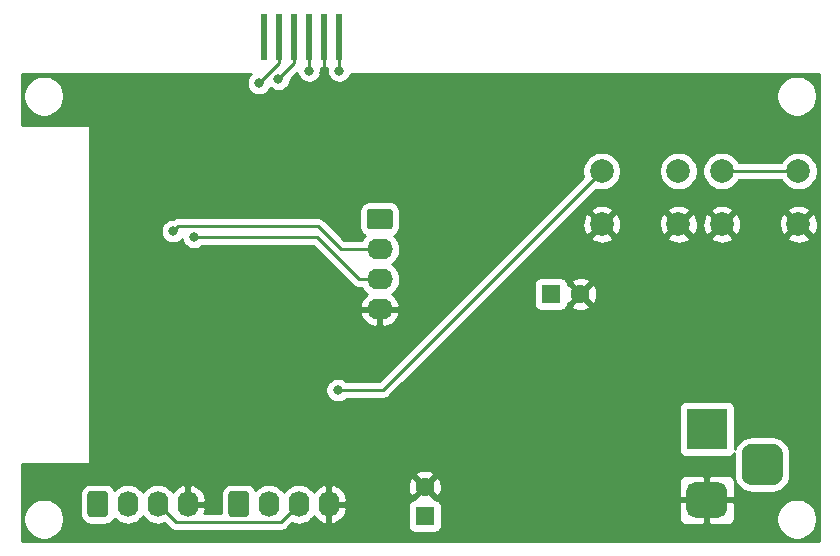
<source format=gbr>
%TF.GenerationSoftware,KiCad,Pcbnew,5.1.9+dfsg1-1*%
%TF.CreationDate,2021-11-11T20:26:25+01:00*%
%TF.ProjectId,lidar_board,6c696461-725f-4626-9f61-72642e6b6963,rev?*%
%TF.SameCoordinates,Original*%
%TF.FileFunction,Copper,L2,Bot*%
%TF.FilePolarity,Positive*%
%FSLAX46Y46*%
G04 Gerber Fmt 4.6, Leading zero omitted, Abs format (unit mm)*
G04 Created by KiCad (PCBNEW 5.1.9+dfsg1-1) date 2021-11-11 20:26:25*
%MOMM*%
%LPD*%
G01*
G04 APERTURE LIST*
%TA.AperFunction,ComponentPad*%
%ADD10C,1.600000*%
%TD*%
%TA.AperFunction,ComponentPad*%
%ADD11R,1.600000X1.600000*%
%TD*%
%TA.AperFunction,ComponentPad*%
%ADD12R,3.500000X3.500000*%
%TD*%
%TA.AperFunction,ComponentPad*%
%ADD13O,2.190000X1.740000*%
%TD*%
%TA.AperFunction,ComponentPad*%
%ADD14O,1.740000X2.190000*%
%TD*%
%TA.AperFunction,ConnectorPad*%
%ADD15R,0.560000X4.000000*%
%TD*%
%TA.AperFunction,ComponentPad*%
%ADD16C,2.000000*%
%TD*%
%TA.AperFunction,ViaPad*%
%ADD17C,0.800000*%
%TD*%
%TA.AperFunction,Conductor*%
%ADD18C,0.250000*%
%TD*%
%TA.AperFunction,Conductor*%
%ADD19C,0.254000*%
%TD*%
%TA.AperFunction,Conductor*%
%ADD20C,0.100000*%
%TD*%
G04 APERTURE END LIST*
D10*
%TO.P,C1,2*%
%TO.N,GND*%
X167386000Y-111038000D03*
D11*
%TO.P,C1,1*%
%TO.N,+5V*%
X167386000Y-113538000D03*
%TD*%
%TO.P,C2,1*%
%TO.N,+3V3*%
X178054000Y-94742000D03*
D10*
%TO.P,C2,2*%
%TO.N,GND*%
X180554000Y-94742000D03*
%TD*%
D12*
%TO.P,J1,1*%
%TO.N,+12V*%
X191262000Y-106172000D03*
%TO.P,J1,2*%
%TO.N,GND*%
%TA.AperFunction,ComponentPad*%
G36*
G01*
X192262000Y-113672000D02*
X190262000Y-113672000D01*
G75*
G02*
X189512000Y-112922000I0J750000D01*
G01*
X189512000Y-111422000D01*
G75*
G02*
X190262000Y-110672000I750000J0D01*
G01*
X192262000Y-110672000D01*
G75*
G02*
X193012000Y-111422000I0J-750000D01*
G01*
X193012000Y-112922000D01*
G75*
G02*
X192262000Y-113672000I-750000J0D01*
G01*
G37*
%TD.AperFunction*%
%TO.P,J1,3*%
%TO.N,N/C*%
%TA.AperFunction,ComponentPad*%
G36*
G01*
X196837000Y-110922000D02*
X195087000Y-110922000D01*
G75*
G02*
X194212000Y-110047000I0J875000D01*
G01*
X194212000Y-108297000D01*
G75*
G02*
X195087000Y-107422000I875000J0D01*
G01*
X196837000Y-107422000D01*
G75*
G02*
X197712000Y-108297000I0J-875000D01*
G01*
X197712000Y-110047000D01*
G75*
G02*
X196837000Y-110922000I-875000J0D01*
G01*
G37*
%TD.AperFunction*%
%TD*%
D13*
%TO.P,J2,4*%
%TO.N,GND*%
X163576000Y-96012000D03*
%TO.P,J2,3*%
%TO.N,/UART_MOSI*%
X163576000Y-93472000D03*
%TO.P,J2,2*%
%TO.N,/UART_MISO*%
X163576000Y-90932000D03*
%TO.P,J2,1*%
%TO.N,Net-(J2-Pad1)*%
%TA.AperFunction,ComponentPad*%
G36*
G01*
X162730999Y-87522000D02*
X164421001Y-87522000D01*
G75*
G02*
X164671000Y-87771999I0J-249999D01*
G01*
X164671000Y-89012001D01*
G75*
G02*
X164421001Y-89262000I-249999J0D01*
G01*
X162730999Y-89262000D01*
G75*
G02*
X162481000Y-89012001I0J249999D01*
G01*
X162481000Y-87771999D01*
G75*
G02*
X162730999Y-87522000I249999J0D01*
G01*
G37*
%TD.AperFunction*%
%TD*%
%TO.P,I2C,1*%
%TO.N,Net-(J3-Pad1)*%
%TA.AperFunction,ComponentPad*%
G36*
G01*
X150768000Y-113367001D02*
X150768000Y-111676999D01*
G75*
G02*
X151017999Y-111427000I249999J0D01*
G01*
X152258001Y-111427000D01*
G75*
G02*
X152508000Y-111676999I0J-249999D01*
G01*
X152508000Y-113367001D01*
G75*
G02*
X152258001Y-113617000I-249999J0D01*
G01*
X151017999Y-113617000D01*
G75*
G02*
X150768000Y-113367001I0J249999D01*
G01*
G37*
%TD.AperFunction*%
D14*
%TO.P,I2C,2*%
%TO.N,Net-(J3-Pad2)*%
X154178000Y-112522000D03*
%TO.P,I2C,3*%
%TO.N,Net-(J3-Pad3)*%
X156718000Y-112522000D03*
%TO.P,I2C,4*%
%TO.N,GND*%
X159258000Y-112522000D03*
%TD*%
%TO.P,I2C,1*%
%TO.N,Net-(J4-Pad1)*%
%TA.AperFunction,ComponentPad*%
G36*
G01*
X138830000Y-113367001D02*
X138830000Y-111676999D01*
G75*
G02*
X139079999Y-111427000I249999J0D01*
G01*
X140320001Y-111427000D01*
G75*
G02*
X140570000Y-111676999I0J-249999D01*
G01*
X140570000Y-113367001D01*
G75*
G02*
X140320001Y-113617000I-249999J0D01*
G01*
X139079999Y-113617000D01*
G75*
G02*
X138830000Y-113367001I0J249999D01*
G01*
G37*
%TD.AperFunction*%
%TO.P,I2C,2*%
%TO.N,Net-(J3-Pad2)*%
X142240000Y-112522000D03*
%TO.P,I2C,3*%
%TO.N,Net-(J3-Pad3)*%
X144780000Y-112522000D03*
%TO.P,I2C,4*%
%TO.N,GND*%
X147320000Y-112522000D03*
%TD*%
D15*
%TO.P,J5,12*%
%TO.N,Net-(J5-Pad12)*%
X153787000Y-72938000D03*
%TO.P,J5,8*%
%TO.N,/LDS_TX*%
X156327000Y-72938000D03*
%TO.P,J5,2*%
%TO.N,+12V*%
X160137000Y-72938000D03*
%TO.P,J5,4*%
%TO.N,GND*%
X158867000Y-72938000D03*
%TO.P,J5,10*%
%TO.N,+3V3*%
X155057000Y-72938000D03*
%TO.P,J5,6*%
%TO.N,/MOT-*%
X157597000Y-72938000D03*
%TD*%
D16*
%TO.P,Reset,1*%
%TO.N,Net-(R3-Pad2)*%
X188872000Y-84328000D03*
%TO.P,Reset,2*%
%TO.N,GND*%
X188872000Y-88828000D03*
%TO.P,Reset,1*%
%TO.N,Net-(R3-Pad2)*%
X182372000Y-84328000D03*
%TO.P,Reset,2*%
%TO.N,GND*%
X182372000Y-88828000D03*
%TD*%
%TO.P,Boot,2*%
%TO.N,GND*%
X192532000Y-88828000D03*
%TO.P,Boot,1*%
%TO.N,Net-(SW2-Pad1)*%
X192532000Y-84328000D03*
%TO.P,Boot,2*%
%TO.N,GND*%
X199032000Y-88828000D03*
%TO.P,Boot,1*%
%TO.N,Net-(SW2-Pad1)*%
X199032000Y-84328000D03*
%TD*%
D17*
%TO.N,GND*%
X149606000Y-93980000D03*
X146050000Y-93980000D03*
X146050000Y-97536000D03*
X149606000Y-97536000D03*
X145542000Y-105664000D03*
X140335000Y-106045000D03*
X158867000Y-76063000D03*
X182118000Y-97536000D03*
X198628000Y-104394000D03*
X140335000Y-88773000D03*
%TO.N,+3V3*%
X153349500Y-76895500D03*
%TO.N,+12V*%
X160137000Y-75829000D03*
%TO.N,/MOT-*%
X157597000Y-75829000D03*
%TO.N,/UART_MOSI*%
X147828000Y-89905000D03*
%TO.N,/UART_MISO*%
X146061000Y-89408000D03*
%TO.N,/LDS_TX*%
X155000500Y-76514500D03*
%TO.N,Net-(R3-Pad2)*%
X160020000Y-102870000D03*
%TD*%
D18*
%TO.N,GND*%
X158867000Y-72938000D02*
X158867000Y-76063000D01*
%TO.N,+3V3*%
X155057000Y-75188000D02*
X153349500Y-76895500D01*
X155057000Y-72938000D02*
X155057000Y-75188000D01*
%TO.N,+12V*%
X160137000Y-72938000D02*
X160137000Y-75829000D01*
%TO.N,/MOT-*%
X157597000Y-72938000D02*
X157597000Y-75829000D01*
%TO.N,/UART_MOSI*%
X147828000Y-89905000D02*
X158231000Y-89905000D01*
X161798000Y-93472000D02*
X163576000Y-93472000D01*
X158231000Y-89905000D02*
X161798000Y-93472000D01*
%TO.N,/UART_MISO*%
X146460999Y-89008001D02*
X158350001Y-89008001D01*
X146061000Y-89408000D02*
X146460999Y-89008001D01*
X160274000Y-90932000D02*
X163576000Y-90932000D01*
X158350001Y-89008001D02*
X160274000Y-90932000D01*
%TO.N,Net-(J3-Pad3)*%
X156718000Y-112522000D02*
X155194000Y-114046000D01*
X146304000Y-114046000D02*
X144780000Y-112522000D01*
X155194000Y-114046000D02*
X146304000Y-114046000D01*
%TO.N,/LDS_TX*%
X156327000Y-75188000D02*
X155000500Y-76514500D01*
X156327000Y-72938000D02*
X156327000Y-75188000D01*
%TO.N,Net-(R3-Pad2)*%
X163830000Y-102870000D02*
X182372000Y-84328000D01*
X160020000Y-102870000D02*
X163830000Y-102870000D01*
%TO.N,Net-(SW2-Pad1)*%
X199032000Y-84328000D02*
X192532000Y-84328000D01*
%TD*%
D19*
%TO.N,GND*%
X159102000Y-75727061D02*
X159102000Y-75930939D01*
X159141774Y-76130898D01*
X159219795Y-76319256D01*
X159333063Y-76488774D01*
X159477226Y-76632937D01*
X159646744Y-76746205D01*
X159835102Y-76824226D01*
X160035061Y-76864000D01*
X160238939Y-76864000D01*
X160438898Y-76824226D01*
X160627256Y-76746205D01*
X160796774Y-76632937D01*
X160940937Y-76488774D01*
X161054205Y-76319256D01*
X161132226Y-76130898D01*
X161141805Y-76082743D01*
X161160617Y-76088450D01*
X161257581Y-76098000D01*
X161290000Y-76101193D01*
X161322419Y-76098000D01*
X200762001Y-76098000D01*
X200762000Y-115672000D01*
X133248000Y-115672000D01*
X133248000Y-113621117D01*
X133393000Y-113621117D01*
X133393000Y-113962883D01*
X133459675Y-114298081D01*
X133590463Y-114613831D01*
X133780337Y-114897998D01*
X134022002Y-115139663D01*
X134306169Y-115329537D01*
X134621919Y-115460325D01*
X134957117Y-115527000D01*
X135298883Y-115527000D01*
X135634081Y-115460325D01*
X135949831Y-115329537D01*
X136233998Y-115139663D01*
X136475663Y-114897998D01*
X136665537Y-114613831D01*
X136796325Y-114298081D01*
X136863000Y-113962883D01*
X136863000Y-113621117D01*
X136796325Y-113285919D01*
X136665537Y-112970169D01*
X136475663Y-112686002D01*
X136233998Y-112444337D01*
X135949831Y-112254463D01*
X135634081Y-112123675D01*
X135298883Y-112057000D01*
X134957117Y-112057000D01*
X134621919Y-112123675D01*
X134306169Y-112254463D01*
X134022002Y-112444337D01*
X133780337Y-112686002D01*
X133590463Y-112970169D01*
X133459675Y-113285919D01*
X133393000Y-113621117D01*
X133248000Y-113621117D01*
X133248000Y-111676999D01*
X138191928Y-111676999D01*
X138191928Y-113367001D01*
X138208992Y-113540255D01*
X138259528Y-113706851D01*
X138341595Y-113860387D01*
X138452038Y-113994962D01*
X138586613Y-114105405D01*
X138740149Y-114187472D01*
X138906745Y-114238008D01*
X139079999Y-114255072D01*
X140320001Y-114255072D01*
X140493255Y-114238008D01*
X140659851Y-114187472D01*
X140813387Y-114105405D01*
X140947962Y-113994962D01*
X141058405Y-113860387D01*
X141116934Y-113750886D01*
X141170655Y-113816345D01*
X141399822Y-114004417D01*
X141661276Y-114144166D01*
X141944969Y-114230224D01*
X142240000Y-114259282D01*
X142535032Y-114230224D01*
X142818725Y-114144166D01*
X143080179Y-114004417D01*
X143309345Y-113816345D01*
X143497417Y-113587179D01*
X143510000Y-113563638D01*
X143522583Y-113587179D01*
X143710655Y-113816345D01*
X143939822Y-114004417D01*
X144201276Y-114144166D01*
X144484969Y-114230224D01*
X144780000Y-114259282D01*
X145075032Y-114230224D01*
X145334663Y-114151465D01*
X145740205Y-114557008D01*
X145763999Y-114586001D01*
X145792992Y-114609795D01*
X145792996Y-114609799D01*
X145863685Y-114667811D01*
X145879724Y-114680974D01*
X146011753Y-114751546D01*
X146155014Y-114795003D01*
X146266667Y-114806000D01*
X146266676Y-114806000D01*
X146303999Y-114809676D01*
X146341322Y-114806000D01*
X155156678Y-114806000D01*
X155194000Y-114809676D01*
X155231322Y-114806000D01*
X155231333Y-114806000D01*
X155342986Y-114795003D01*
X155486247Y-114751546D01*
X155618276Y-114680974D01*
X155734001Y-114586001D01*
X155757803Y-114556998D01*
X156163337Y-114151465D01*
X156422969Y-114230224D01*
X156718000Y-114259282D01*
X157013032Y-114230224D01*
X157296725Y-114144166D01*
X157558179Y-114004417D01*
X157787345Y-113816345D01*
X157975417Y-113587179D01*
X157990560Y-113558848D01*
X158083292Y-113699433D01*
X158291674Y-113910306D01*
X158537191Y-114076474D01*
X158810409Y-114191551D01*
X158897969Y-114208302D01*
X159131000Y-114087246D01*
X159131000Y-112649000D01*
X159385000Y-112649000D01*
X159385000Y-114087246D01*
X159618031Y-114208302D01*
X159705591Y-114191551D01*
X159978809Y-114076474D01*
X160224326Y-113910306D01*
X160432708Y-113699433D01*
X160595947Y-113451958D01*
X160707769Y-113177392D01*
X160763877Y-112886286D01*
X160666701Y-112738000D01*
X165947928Y-112738000D01*
X165947928Y-114338000D01*
X165960188Y-114462482D01*
X165996498Y-114582180D01*
X166055463Y-114692494D01*
X166134815Y-114789185D01*
X166231506Y-114868537D01*
X166341820Y-114927502D01*
X166461518Y-114963812D01*
X166586000Y-114976072D01*
X168186000Y-114976072D01*
X168310482Y-114963812D01*
X168430180Y-114927502D01*
X168540494Y-114868537D01*
X168637185Y-114789185D01*
X168716537Y-114692494D01*
X168775502Y-114582180D01*
X168811812Y-114462482D01*
X168824072Y-114338000D01*
X168824072Y-113672000D01*
X188873928Y-113672000D01*
X188886188Y-113796482D01*
X188922498Y-113916180D01*
X188981463Y-114026494D01*
X189060815Y-114123185D01*
X189157506Y-114202537D01*
X189267820Y-114261502D01*
X189387518Y-114297812D01*
X189512000Y-114310072D01*
X190976250Y-114307000D01*
X191135000Y-114148250D01*
X191135000Y-112299000D01*
X191389000Y-112299000D01*
X191389000Y-114148250D01*
X191547750Y-114307000D01*
X193012000Y-114310072D01*
X193136482Y-114297812D01*
X193256180Y-114261502D01*
X193366494Y-114202537D01*
X193463185Y-114123185D01*
X193542537Y-114026494D01*
X193601502Y-113916180D01*
X193637812Y-113796482D01*
X193650072Y-113672000D01*
X193649944Y-113621117D01*
X197147000Y-113621117D01*
X197147000Y-113962883D01*
X197213675Y-114298081D01*
X197344463Y-114613831D01*
X197534337Y-114897998D01*
X197776002Y-115139663D01*
X198060169Y-115329537D01*
X198375919Y-115460325D01*
X198711117Y-115527000D01*
X199052883Y-115527000D01*
X199388081Y-115460325D01*
X199703831Y-115329537D01*
X199987998Y-115139663D01*
X200229663Y-114897998D01*
X200419537Y-114613831D01*
X200550325Y-114298081D01*
X200617000Y-113962883D01*
X200617000Y-113621117D01*
X200550325Y-113285919D01*
X200419537Y-112970169D01*
X200229663Y-112686002D01*
X199987998Y-112444337D01*
X199703831Y-112254463D01*
X199388081Y-112123675D01*
X199052883Y-112057000D01*
X198711117Y-112057000D01*
X198375919Y-112123675D01*
X198060169Y-112254463D01*
X197776002Y-112444337D01*
X197534337Y-112686002D01*
X197344463Y-112970169D01*
X197213675Y-113285919D01*
X197147000Y-113621117D01*
X193649944Y-113621117D01*
X193647000Y-112457750D01*
X193488250Y-112299000D01*
X191389000Y-112299000D01*
X191135000Y-112299000D01*
X189035750Y-112299000D01*
X188877000Y-112457750D01*
X188873928Y-113672000D01*
X168824072Y-113672000D01*
X168824072Y-112738000D01*
X168811812Y-112613518D01*
X168775502Y-112493820D01*
X168716537Y-112383506D01*
X168637185Y-112286815D01*
X168540494Y-112207463D01*
X168430180Y-112148498D01*
X168310482Y-112112188D01*
X168186000Y-112099928D01*
X168178785Y-112099928D01*
X168199097Y-112030702D01*
X167386000Y-111217605D01*
X166572903Y-112030702D01*
X166593215Y-112099928D01*
X166586000Y-112099928D01*
X166461518Y-112112188D01*
X166341820Y-112148498D01*
X166231506Y-112207463D01*
X166134815Y-112286815D01*
X166055463Y-112383506D01*
X165996498Y-112493820D01*
X165960188Y-112613518D01*
X165947928Y-112738000D01*
X160666701Y-112738000D01*
X160608376Y-112649000D01*
X159385000Y-112649000D01*
X159131000Y-112649000D01*
X159111000Y-112649000D01*
X159111000Y-112395000D01*
X159131000Y-112395000D01*
X159131000Y-110956754D01*
X159385000Y-110956754D01*
X159385000Y-112395000D01*
X160608376Y-112395000D01*
X160763877Y-112157714D01*
X160707769Y-111866608D01*
X160595947Y-111592042D01*
X160432708Y-111344567D01*
X160224326Y-111133694D01*
X160187120Y-111108512D01*
X165945783Y-111108512D01*
X165987213Y-111388130D01*
X166082397Y-111654292D01*
X166149329Y-111779514D01*
X166393298Y-111851097D01*
X167206395Y-111038000D01*
X167565605Y-111038000D01*
X168378702Y-111851097D01*
X168622671Y-111779514D01*
X168743571Y-111524004D01*
X168812300Y-111249816D01*
X168826217Y-110967488D01*
X168784787Y-110687870D01*
X168779112Y-110672000D01*
X188873928Y-110672000D01*
X188877000Y-111886250D01*
X189035750Y-112045000D01*
X191135000Y-112045000D01*
X191135000Y-110195750D01*
X191389000Y-110195750D01*
X191389000Y-112045000D01*
X193488250Y-112045000D01*
X193647000Y-111886250D01*
X193650072Y-110672000D01*
X193637812Y-110547518D01*
X193601502Y-110427820D01*
X193542537Y-110317506D01*
X193463185Y-110220815D01*
X193366494Y-110141463D01*
X193256180Y-110082498D01*
X193136482Y-110046188D01*
X193012000Y-110033928D01*
X191547750Y-110037000D01*
X191389000Y-110195750D01*
X191135000Y-110195750D01*
X190976250Y-110037000D01*
X189512000Y-110033928D01*
X189387518Y-110046188D01*
X189267820Y-110082498D01*
X189157506Y-110141463D01*
X189060815Y-110220815D01*
X188981463Y-110317506D01*
X188922498Y-110427820D01*
X188886188Y-110547518D01*
X188873928Y-110672000D01*
X168779112Y-110672000D01*
X168689603Y-110421708D01*
X168622671Y-110296486D01*
X168378702Y-110224903D01*
X167565605Y-111038000D01*
X167206395Y-111038000D01*
X166393298Y-110224903D01*
X166149329Y-110296486D01*
X166028429Y-110551996D01*
X165959700Y-110826184D01*
X165945783Y-111108512D01*
X160187120Y-111108512D01*
X159978809Y-110967526D01*
X159705591Y-110852449D01*
X159618031Y-110835698D01*
X159385000Y-110956754D01*
X159131000Y-110956754D01*
X158897969Y-110835698D01*
X158810409Y-110852449D01*
X158537191Y-110967526D01*
X158291674Y-111133694D01*
X158083292Y-111344567D01*
X157990560Y-111485152D01*
X157975417Y-111456821D01*
X157787345Y-111227655D01*
X157558178Y-111039583D01*
X157296724Y-110899834D01*
X157013031Y-110813776D01*
X156718000Y-110784718D01*
X156422968Y-110813776D01*
X156139275Y-110899834D01*
X155877821Y-111039583D01*
X155648655Y-111227655D01*
X155460583Y-111456822D01*
X155448000Y-111480363D01*
X155435417Y-111456821D01*
X155247345Y-111227655D01*
X155018178Y-111039583D01*
X154756724Y-110899834D01*
X154473031Y-110813776D01*
X154178000Y-110784718D01*
X153882968Y-110813776D01*
X153599275Y-110899834D01*
X153337821Y-111039583D01*
X153108655Y-111227655D01*
X153054935Y-111293114D01*
X152996405Y-111183613D01*
X152885962Y-111049038D01*
X152751387Y-110938595D01*
X152597851Y-110856528D01*
X152431255Y-110805992D01*
X152258001Y-110788928D01*
X151017999Y-110788928D01*
X150844745Y-110805992D01*
X150678149Y-110856528D01*
X150524613Y-110938595D01*
X150390038Y-111049038D01*
X150279595Y-111183613D01*
X150197528Y-111337149D01*
X150146992Y-111503745D01*
X150129928Y-111676999D01*
X150129928Y-113286000D01*
X148725536Y-113286000D01*
X148769769Y-113177392D01*
X148825877Y-112886286D01*
X148670376Y-112649000D01*
X147447000Y-112649000D01*
X147447000Y-112669000D01*
X147193000Y-112669000D01*
X147193000Y-112649000D01*
X147173000Y-112649000D01*
X147173000Y-112395000D01*
X147193000Y-112395000D01*
X147193000Y-110956754D01*
X147447000Y-110956754D01*
X147447000Y-112395000D01*
X148670376Y-112395000D01*
X148825877Y-112157714D01*
X148769769Y-111866608D01*
X148657947Y-111592042D01*
X148494708Y-111344567D01*
X148286326Y-111133694D01*
X148040809Y-110967526D01*
X147767591Y-110852449D01*
X147680031Y-110835698D01*
X147447000Y-110956754D01*
X147193000Y-110956754D01*
X146959969Y-110835698D01*
X146872409Y-110852449D01*
X146599191Y-110967526D01*
X146353674Y-111133694D01*
X146145292Y-111344567D01*
X146052560Y-111485152D01*
X146037417Y-111456821D01*
X145849345Y-111227655D01*
X145620178Y-111039583D01*
X145358724Y-110899834D01*
X145075031Y-110813776D01*
X144780000Y-110784718D01*
X144484968Y-110813776D01*
X144201275Y-110899834D01*
X143939821Y-111039583D01*
X143710655Y-111227655D01*
X143522583Y-111456822D01*
X143510000Y-111480363D01*
X143497417Y-111456821D01*
X143309345Y-111227655D01*
X143080178Y-111039583D01*
X142818724Y-110899834D01*
X142535031Y-110813776D01*
X142240000Y-110784718D01*
X141944968Y-110813776D01*
X141661275Y-110899834D01*
X141399821Y-111039583D01*
X141170655Y-111227655D01*
X141116935Y-111293114D01*
X141058405Y-111183613D01*
X140947962Y-111049038D01*
X140813387Y-110938595D01*
X140659851Y-110856528D01*
X140493255Y-110805992D01*
X140320001Y-110788928D01*
X139079999Y-110788928D01*
X138906745Y-110805992D01*
X138740149Y-110856528D01*
X138586613Y-110938595D01*
X138452038Y-111049038D01*
X138341595Y-111183613D01*
X138259528Y-111337149D01*
X138208992Y-111503745D01*
X138191928Y-111676999D01*
X133248000Y-111676999D01*
X133248000Y-110045298D01*
X166572903Y-110045298D01*
X167386000Y-110858395D01*
X168199097Y-110045298D01*
X168127514Y-109801329D01*
X167872004Y-109680429D01*
X167597816Y-109611700D01*
X167315488Y-109597783D01*
X167035870Y-109639213D01*
X166769708Y-109734397D01*
X166644486Y-109801329D01*
X166572903Y-110045298D01*
X133248000Y-110045298D01*
X133248000Y-109093000D01*
X138938000Y-109093000D01*
X138962776Y-109090560D01*
X138986601Y-109083333D01*
X139008557Y-109071597D01*
X139027803Y-109055803D01*
X139043597Y-109036557D01*
X139055333Y-109014601D01*
X139062560Y-108990776D01*
X139065000Y-108966000D01*
X139065000Y-104422000D01*
X188873928Y-104422000D01*
X188873928Y-107922000D01*
X188886188Y-108046482D01*
X188922498Y-108166180D01*
X188981463Y-108276494D01*
X189060815Y-108373185D01*
X189157506Y-108452537D01*
X189267820Y-108511502D01*
X189387518Y-108547812D01*
X189512000Y-108560072D01*
X193012000Y-108560072D01*
X193136482Y-108547812D01*
X193256180Y-108511502D01*
X193366494Y-108452537D01*
X193463185Y-108373185D01*
X193542537Y-108276494D01*
X193583494Y-108199869D01*
X193573928Y-108297000D01*
X193573928Y-110047000D01*
X193603001Y-110342186D01*
X193689104Y-110626028D01*
X193828927Y-110887618D01*
X194017097Y-111116903D01*
X194246382Y-111305073D01*
X194507972Y-111444896D01*
X194791814Y-111530999D01*
X195087000Y-111560072D01*
X196837000Y-111560072D01*
X197132186Y-111530999D01*
X197416028Y-111444896D01*
X197677618Y-111305073D01*
X197906903Y-111116903D01*
X198095073Y-110887618D01*
X198234896Y-110626028D01*
X198320999Y-110342186D01*
X198350072Y-110047000D01*
X198350072Y-108297000D01*
X198320999Y-108001814D01*
X198234896Y-107717972D01*
X198095073Y-107456382D01*
X197906903Y-107227097D01*
X197677618Y-107038927D01*
X197416028Y-106899104D01*
X197132186Y-106813001D01*
X196837000Y-106783928D01*
X195087000Y-106783928D01*
X194791814Y-106813001D01*
X194507972Y-106899104D01*
X194246382Y-107038927D01*
X194017097Y-107227097D01*
X193828927Y-107456382D01*
X193689104Y-107717972D01*
X193650072Y-107846643D01*
X193650072Y-104422000D01*
X193637812Y-104297518D01*
X193601502Y-104177820D01*
X193542537Y-104067506D01*
X193463185Y-103970815D01*
X193366494Y-103891463D01*
X193256180Y-103832498D01*
X193136482Y-103796188D01*
X193012000Y-103783928D01*
X189512000Y-103783928D01*
X189387518Y-103796188D01*
X189267820Y-103832498D01*
X189157506Y-103891463D01*
X189060815Y-103970815D01*
X188981463Y-104067506D01*
X188922498Y-104177820D01*
X188886188Y-104297518D01*
X188873928Y-104422000D01*
X139065000Y-104422000D01*
X139065000Y-102768061D01*
X158985000Y-102768061D01*
X158985000Y-102971939D01*
X159024774Y-103171898D01*
X159102795Y-103360256D01*
X159216063Y-103529774D01*
X159360226Y-103673937D01*
X159529744Y-103787205D01*
X159718102Y-103865226D01*
X159918061Y-103905000D01*
X160121939Y-103905000D01*
X160321898Y-103865226D01*
X160510256Y-103787205D01*
X160679774Y-103673937D01*
X160723711Y-103630000D01*
X163792678Y-103630000D01*
X163830000Y-103633676D01*
X163867322Y-103630000D01*
X163867333Y-103630000D01*
X163978986Y-103619003D01*
X164122247Y-103575546D01*
X164254276Y-103504974D01*
X164370001Y-103410001D01*
X164393804Y-103380997D01*
X173832801Y-93942000D01*
X176615928Y-93942000D01*
X176615928Y-95542000D01*
X176628188Y-95666482D01*
X176664498Y-95786180D01*
X176723463Y-95896494D01*
X176802815Y-95993185D01*
X176899506Y-96072537D01*
X177009820Y-96131502D01*
X177129518Y-96167812D01*
X177254000Y-96180072D01*
X178854000Y-96180072D01*
X178978482Y-96167812D01*
X179098180Y-96131502D01*
X179208494Y-96072537D01*
X179305185Y-95993185D01*
X179384537Y-95896494D01*
X179443502Y-95786180D01*
X179459117Y-95734702D01*
X179740903Y-95734702D01*
X179812486Y-95978671D01*
X180067996Y-96099571D01*
X180342184Y-96168300D01*
X180624512Y-96182217D01*
X180904130Y-96140787D01*
X181170292Y-96045603D01*
X181295514Y-95978671D01*
X181367097Y-95734702D01*
X180554000Y-94921605D01*
X179740903Y-95734702D01*
X179459117Y-95734702D01*
X179479812Y-95666482D01*
X179492072Y-95542000D01*
X179492072Y-95534785D01*
X179561298Y-95555097D01*
X180374395Y-94742000D01*
X180733605Y-94742000D01*
X181546702Y-95555097D01*
X181790671Y-95483514D01*
X181911571Y-95228004D01*
X181980300Y-94953816D01*
X181994217Y-94671488D01*
X181952787Y-94391870D01*
X181857603Y-94125708D01*
X181790671Y-94000486D01*
X181546702Y-93928903D01*
X180733605Y-94742000D01*
X180374395Y-94742000D01*
X179561298Y-93928903D01*
X179492072Y-93949215D01*
X179492072Y-93942000D01*
X179479812Y-93817518D01*
X179459118Y-93749298D01*
X179740903Y-93749298D01*
X180554000Y-94562395D01*
X181367097Y-93749298D01*
X181295514Y-93505329D01*
X181040004Y-93384429D01*
X180765816Y-93315700D01*
X180483488Y-93301783D01*
X180203870Y-93343213D01*
X179937708Y-93438397D01*
X179812486Y-93505329D01*
X179740903Y-93749298D01*
X179459118Y-93749298D01*
X179443502Y-93697820D01*
X179384537Y-93587506D01*
X179305185Y-93490815D01*
X179208494Y-93411463D01*
X179098180Y-93352498D01*
X178978482Y-93316188D01*
X178854000Y-93303928D01*
X177254000Y-93303928D01*
X177129518Y-93316188D01*
X177009820Y-93352498D01*
X176899506Y-93411463D01*
X176802815Y-93490815D01*
X176723463Y-93587506D01*
X176664498Y-93697820D01*
X176628188Y-93817518D01*
X176615928Y-93942000D01*
X173832801Y-93942000D01*
X177811388Y-89963413D01*
X181416192Y-89963413D01*
X181511956Y-90227814D01*
X181801571Y-90368704D01*
X182113108Y-90450384D01*
X182434595Y-90469718D01*
X182753675Y-90425961D01*
X183058088Y-90320795D01*
X183232044Y-90227814D01*
X183327808Y-89963413D01*
X187916192Y-89963413D01*
X188011956Y-90227814D01*
X188301571Y-90368704D01*
X188613108Y-90450384D01*
X188934595Y-90469718D01*
X189253675Y-90425961D01*
X189558088Y-90320795D01*
X189732044Y-90227814D01*
X189827808Y-89963413D01*
X191576192Y-89963413D01*
X191671956Y-90227814D01*
X191961571Y-90368704D01*
X192273108Y-90450384D01*
X192594595Y-90469718D01*
X192913675Y-90425961D01*
X193218088Y-90320795D01*
X193392044Y-90227814D01*
X193487808Y-89963413D01*
X198076192Y-89963413D01*
X198171956Y-90227814D01*
X198461571Y-90368704D01*
X198773108Y-90450384D01*
X199094595Y-90469718D01*
X199413675Y-90425961D01*
X199718088Y-90320795D01*
X199892044Y-90227814D01*
X199987808Y-89963413D01*
X199032000Y-89007605D01*
X198076192Y-89963413D01*
X193487808Y-89963413D01*
X192532000Y-89007605D01*
X191576192Y-89963413D01*
X189827808Y-89963413D01*
X188872000Y-89007605D01*
X187916192Y-89963413D01*
X183327808Y-89963413D01*
X182372000Y-89007605D01*
X181416192Y-89963413D01*
X177811388Y-89963413D01*
X178884206Y-88890595D01*
X180730282Y-88890595D01*
X180774039Y-89209675D01*
X180879205Y-89514088D01*
X180972186Y-89688044D01*
X181236587Y-89783808D01*
X182192395Y-88828000D01*
X182551605Y-88828000D01*
X183507413Y-89783808D01*
X183771814Y-89688044D01*
X183912704Y-89398429D01*
X183994384Y-89086892D01*
X184006189Y-88890595D01*
X187230282Y-88890595D01*
X187274039Y-89209675D01*
X187379205Y-89514088D01*
X187472186Y-89688044D01*
X187736587Y-89783808D01*
X188692395Y-88828000D01*
X189051605Y-88828000D01*
X190007413Y-89783808D01*
X190271814Y-89688044D01*
X190412704Y-89398429D01*
X190494384Y-89086892D01*
X190506189Y-88890595D01*
X190890282Y-88890595D01*
X190934039Y-89209675D01*
X191039205Y-89514088D01*
X191132186Y-89688044D01*
X191396587Y-89783808D01*
X192352395Y-88828000D01*
X192711605Y-88828000D01*
X193667413Y-89783808D01*
X193931814Y-89688044D01*
X194072704Y-89398429D01*
X194154384Y-89086892D01*
X194166189Y-88890595D01*
X197390282Y-88890595D01*
X197434039Y-89209675D01*
X197539205Y-89514088D01*
X197632186Y-89688044D01*
X197896587Y-89783808D01*
X198852395Y-88828000D01*
X199211605Y-88828000D01*
X200167413Y-89783808D01*
X200431814Y-89688044D01*
X200572704Y-89398429D01*
X200654384Y-89086892D01*
X200673718Y-88765405D01*
X200629961Y-88446325D01*
X200524795Y-88141912D01*
X200431814Y-87967956D01*
X200167413Y-87872192D01*
X199211605Y-88828000D01*
X198852395Y-88828000D01*
X197896587Y-87872192D01*
X197632186Y-87967956D01*
X197491296Y-88257571D01*
X197409616Y-88569108D01*
X197390282Y-88890595D01*
X194166189Y-88890595D01*
X194173718Y-88765405D01*
X194129961Y-88446325D01*
X194024795Y-88141912D01*
X193931814Y-87967956D01*
X193667413Y-87872192D01*
X192711605Y-88828000D01*
X192352395Y-88828000D01*
X191396587Y-87872192D01*
X191132186Y-87967956D01*
X190991296Y-88257571D01*
X190909616Y-88569108D01*
X190890282Y-88890595D01*
X190506189Y-88890595D01*
X190513718Y-88765405D01*
X190469961Y-88446325D01*
X190364795Y-88141912D01*
X190271814Y-87967956D01*
X190007413Y-87872192D01*
X189051605Y-88828000D01*
X188692395Y-88828000D01*
X187736587Y-87872192D01*
X187472186Y-87967956D01*
X187331296Y-88257571D01*
X187249616Y-88569108D01*
X187230282Y-88890595D01*
X184006189Y-88890595D01*
X184013718Y-88765405D01*
X183969961Y-88446325D01*
X183864795Y-88141912D01*
X183771814Y-87967956D01*
X183507413Y-87872192D01*
X182551605Y-88828000D01*
X182192395Y-88828000D01*
X181236587Y-87872192D01*
X180972186Y-87967956D01*
X180831296Y-88257571D01*
X180749616Y-88569108D01*
X180730282Y-88890595D01*
X178884206Y-88890595D01*
X180082214Y-87692587D01*
X181416192Y-87692587D01*
X182372000Y-88648395D01*
X183327808Y-87692587D01*
X187916192Y-87692587D01*
X188872000Y-88648395D01*
X189827808Y-87692587D01*
X191576192Y-87692587D01*
X192532000Y-88648395D01*
X193487808Y-87692587D01*
X198076192Y-87692587D01*
X199032000Y-88648395D01*
X199987808Y-87692587D01*
X199892044Y-87428186D01*
X199602429Y-87287296D01*
X199290892Y-87205616D01*
X198969405Y-87186282D01*
X198650325Y-87230039D01*
X198345912Y-87335205D01*
X198171956Y-87428186D01*
X198076192Y-87692587D01*
X193487808Y-87692587D01*
X193392044Y-87428186D01*
X193102429Y-87287296D01*
X192790892Y-87205616D01*
X192469405Y-87186282D01*
X192150325Y-87230039D01*
X191845912Y-87335205D01*
X191671956Y-87428186D01*
X191576192Y-87692587D01*
X189827808Y-87692587D01*
X189732044Y-87428186D01*
X189442429Y-87287296D01*
X189130892Y-87205616D01*
X188809405Y-87186282D01*
X188490325Y-87230039D01*
X188185912Y-87335205D01*
X188011956Y-87428186D01*
X187916192Y-87692587D01*
X183327808Y-87692587D01*
X183232044Y-87428186D01*
X182942429Y-87287296D01*
X182630892Y-87205616D01*
X182309405Y-87186282D01*
X181990325Y-87230039D01*
X181685912Y-87335205D01*
X181511956Y-87428186D01*
X181416192Y-87692587D01*
X180082214Y-87692587D01*
X181880625Y-85894177D01*
X181895088Y-85900168D01*
X182210967Y-85963000D01*
X182533033Y-85963000D01*
X182848912Y-85900168D01*
X183146463Y-85776918D01*
X183414252Y-85597987D01*
X183641987Y-85370252D01*
X183820918Y-85102463D01*
X183944168Y-84804912D01*
X184007000Y-84489033D01*
X184007000Y-84166967D01*
X187237000Y-84166967D01*
X187237000Y-84489033D01*
X187299832Y-84804912D01*
X187423082Y-85102463D01*
X187602013Y-85370252D01*
X187829748Y-85597987D01*
X188097537Y-85776918D01*
X188395088Y-85900168D01*
X188710967Y-85963000D01*
X189033033Y-85963000D01*
X189348912Y-85900168D01*
X189646463Y-85776918D01*
X189914252Y-85597987D01*
X190141987Y-85370252D01*
X190320918Y-85102463D01*
X190444168Y-84804912D01*
X190507000Y-84489033D01*
X190507000Y-84166967D01*
X190897000Y-84166967D01*
X190897000Y-84489033D01*
X190959832Y-84804912D01*
X191083082Y-85102463D01*
X191262013Y-85370252D01*
X191489748Y-85597987D01*
X191757537Y-85776918D01*
X192055088Y-85900168D01*
X192370967Y-85963000D01*
X192693033Y-85963000D01*
X193008912Y-85900168D01*
X193306463Y-85776918D01*
X193574252Y-85597987D01*
X193801987Y-85370252D01*
X193980918Y-85102463D01*
X193986909Y-85088000D01*
X197577091Y-85088000D01*
X197583082Y-85102463D01*
X197762013Y-85370252D01*
X197989748Y-85597987D01*
X198257537Y-85776918D01*
X198555088Y-85900168D01*
X198870967Y-85963000D01*
X199193033Y-85963000D01*
X199508912Y-85900168D01*
X199806463Y-85776918D01*
X200074252Y-85597987D01*
X200301987Y-85370252D01*
X200480918Y-85102463D01*
X200604168Y-84804912D01*
X200667000Y-84489033D01*
X200667000Y-84166967D01*
X200604168Y-83851088D01*
X200480918Y-83553537D01*
X200301987Y-83285748D01*
X200074252Y-83058013D01*
X199806463Y-82879082D01*
X199508912Y-82755832D01*
X199193033Y-82693000D01*
X198870967Y-82693000D01*
X198555088Y-82755832D01*
X198257537Y-82879082D01*
X197989748Y-83058013D01*
X197762013Y-83285748D01*
X197583082Y-83553537D01*
X197577091Y-83568000D01*
X193986909Y-83568000D01*
X193980918Y-83553537D01*
X193801987Y-83285748D01*
X193574252Y-83058013D01*
X193306463Y-82879082D01*
X193008912Y-82755832D01*
X192693033Y-82693000D01*
X192370967Y-82693000D01*
X192055088Y-82755832D01*
X191757537Y-82879082D01*
X191489748Y-83058013D01*
X191262013Y-83285748D01*
X191083082Y-83553537D01*
X190959832Y-83851088D01*
X190897000Y-84166967D01*
X190507000Y-84166967D01*
X190444168Y-83851088D01*
X190320918Y-83553537D01*
X190141987Y-83285748D01*
X189914252Y-83058013D01*
X189646463Y-82879082D01*
X189348912Y-82755832D01*
X189033033Y-82693000D01*
X188710967Y-82693000D01*
X188395088Y-82755832D01*
X188097537Y-82879082D01*
X187829748Y-83058013D01*
X187602013Y-83285748D01*
X187423082Y-83553537D01*
X187299832Y-83851088D01*
X187237000Y-84166967D01*
X184007000Y-84166967D01*
X183944168Y-83851088D01*
X183820918Y-83553537D01*
X183641987Y-83285748D01*
X183414252Y-83058013D01*
X183146463Y-82879082D01*
X182848912Y-82755832D01*
X182533033Y-82693000D01*
X182210967Y-82693000D01*
X181895088Y-82755832D01*
X181597537Y-82879082D01*
X181329748Y-83058013D01*
X181102013Y-83285748D01*
X180923082Y-83553537D01*
X180799832Y-83851088D01*
X180737000Y-84166967D01*
X180737000Y-84489033D01*
X180799832Y-84804912D01*
X180805823Y-84819375D01*
X163515199Y-102110000D01*
X160723711Y-102110000D01*
X160679774Y-102066063D01*
X160510256Y-101952795D01*
X160321898Y-101874774D01*
X160121939Y-101835000D01*
X159918061Y-101835000D01*
X159718102Y-101874774D01*
X159529744Y-101952795D01*
X159360226Y-102066063D01*
X159216063Y-102210226D01*
X159102795Y-102379744D01*
X159024774Y-102568102D01*
X158985000Y-102768061D01*
X139065000Y-102768061D01*
X139065000Y-96372031D01*
X161889698Y-96372031D01*
X161906449Y-96459591D01*
X162021526Y-96732809D01*
X162187694Y-96978326D01*
X162398567Y-97186708D01*
X162646042Y-97349947D01*
X162920608Y-97461769D01*
X163211714Y-97517877D01*
X163449000Y-97362376D01*
X163449000Y-96139000D01*
X163703000Y-96139000D01*
X163703000Y-97362376D01*
X163940286Y-97517877D01*
X164231392Y-97461769D01*
X164505958Y-97349947D01*
X164753433Y-97186708D01*
X164964306Y-96978326D01*
X165130474Y-96732809D01*
X165245551Y-96459591D01*
X165262302Y-96372031D01*
X165141246Y-96139000D01*
X163703000Y-96139000D01*
X163449000Y-96139000D01*
X162010754Y-96139000D01*
X161889698Y-96372031D01*
X139065000Y-96372031D01*
X139065000Y-89306061D01*
X145026000Y-89306061D01*
X145026000Y-89509939D01*
X145065774Y-89709898D01*
X145143795Y-89898256D01*
X145257063Y-90067774D01*
X145401226Y-90211937D01*
X145570744Y-90325205D01*
X145759102Y-90403226D01*
X145959061Y-90443000D01*
X146162939Y-90443000D01*
X146362898Y-90403226D01*
X146551256Y-90325205D01*
X146720774Y-90211937D01*
X146815028Y-90117683D01*
X146832774Y-90206898D01*
X146910795Y-90395256D01*
X147024063Y-90564774D01*
X147168226Y-90708937D01*
X147337744Y-90822205D01*
X147526102Y-90900226D01*
X147726061Y-90940000D01*
X147929939Y-90940000D01*
X148129898Y-90900226D01*
X148318256Y-90822205D01*
X148487774Y-90708937D01*
X148531711Y-90665000D01*
X157916199Y-90665000D01*
X161234201Y-93983003D01*
X161257999Y-94012001D01*
X161373724Y-94106974D01*
X161505753Y-94177546D01*
X161649014Y-94221003D01*
X161760667Y-94232000D01*
X161760675Y-94232000D01*
X161798000Y-94235676D01*
X161835325Y-94232000D01*
X162050727Y-94232000D01*
X162093583Y-94312179D01*
X162281655Y-94541345D01*
X162510821Y-94729417D01*
X162539152Y-94744560D01*
X162398567Y-94837292D01*
X162187694Y-95045674D01*
X162021526Y-95291191D01*
X161906449Y-95564409D01*
X161889698Y-95651969D01*
X162010754Y-95885000D01*
X163449000Y-95885000D01*
X163449000Y-95865000D01*
X163703000Y-95865000D01*
X163703000Y-95885000D01*
X165141246Y-95885000D01*
X165262302Y-95651969D01*
X165245551Y-95564409D01*
X165130474Y-95291191D01*
X164964306Y-95045674D01*
X164753433Y-94837292D01*
X164612848Y-94744560D01*
X164641179Y-94729417D01*
X164870345Y-94541345D01*
X165058417Y-94312179D01*
X165198166Y-94050725D01*
X165284224Y-93767032D01*
X165313282Y-93472000D01*
X165284224Y-93176968D01*
X165198166Y-92893275D01*
X165058417Y-92631821D01*
X164870345Y-92402655D01*
X164641179Y-92214583D01*
X164617638Y-92202000D01*
X164641179Y-92189417D01*
X164870345Y-92001345D01*
X165058417Y-91772179D01*
X165198166Y-91510725D01*
X165284224Y-91227032D01*
X165313282Y-90932000D01*
X165284224Y-90636968D01*
X165198166Y-90353275D01*
X165058417Y-90091821D01*
X164870345Y-89862655D01*
X164804886Y-89808934D01*
X164914387Y-89750405D01*
X165048962Y-89639962D01*
X165159405Y-89505387D01*
X165241472Y-89351851D01*
X165292008Y-89185255D01*
X165309072Y-89012001D01*
X165309072Y-87771999D01*
X165292008Y-87598745D01*
X165241472Y-87432149D01*
X165159405Y-87278613D01*
X165048962Y-87144038D01*
X164914387Y-87033595D01*
X164760851Y-86951528D01*
X164594255Y-86900992D01*
X164421001Y-86883928D01*
X162730999Y-86883928D01*
X162557745Y-86900992D01*
X162391149Y-86951528D01*
X162237613Y-87033595D01*
X162103038Y-87144038D01*
X161992595Y-87278613D01*
X161910528Y-87432149D01*
X161859992Y-87598745D01*
X161842928Y-87771999D01*
X161842928Y-89012001D01*
X161859992Y-89185255D01*
X161910528Y-89351851D01*
X161992595Y-89505387D01*
X162103038Y-89639962D01*
X162237613Y-89750405D01*
X162347114Y-89808934D01*
X162281655Y-89862655D01*
X162093583Y-90091821D01*
X162050727Y-90172000D01*
X160588803Y-90172000D01*
X158913805Y-88497003D01*
X158890002Y-88468000D01*
X158774277Y-88373027D01*
X158642248Y-88302455D01*
X158498987Y-88258998D01*
X158387334Y-88248001D01*
X158387323Y-88248001D01*
X158350001Y-88244325D01*
X158312679Y-88248001D01*
X146498321Y-88248001D01*
X146460998Y-88244325D01*
X146423676Y-88248001D01*
X146423666Y-88248001D01*
X146312013Y-88258998D01*
X146168752Y-88302455D01*
X146036774Y-88373000D01*
X145959061Y-88373000D01*
X145759102Y-88412774D01*
X145570744Y-88490795D01*
X145401226Y-88604063D01*
X145257063Y-88748226D01*
X145143795Y-88917744D01*
X145065774Y-89106102D01*
X145026000Y-89306061D01*
X139065000Y-89306061D01*
X139065000Y-80518000D01*
X139062560Y-80493224D01*
X139055333Y-80469399D01*
X139043597Y-80447443D01*
X139027803Y-80428197D01*
X139008557Y-80412403D01*
X138986601Y-80400667D01*
X138962776Y-80393440D01*
X138938000Y-80391000D01*
X133248000Y-80391000D01*
X133248000Y-77807117D01*
X133393000Y-77807117D01*
X133393000Y-78148883D01*
X133459675Y-78484081D01*
X133590463Y-78799831D01*
X133780337Y-79083998D01*
X134022002Y-79325663D01*
X134306169Y-79515537D01*
X134621919Y-79646325D01*
X134957117Y-79713000D01*
X135298883Y-79713000D01*
X135634081Y-79646325D01*
X135949831Y-79515537D01*
X136233998Y-79325663D01*
X136475663Y-79083998D01*
X136665537Y-78799831D01*
X136796325Y-78484081D01*
X136863000Y-78148883D01*
X136863000Y-77807117D01*
X136796325Y-77471919D01*
X136665537Y-77156169D01*
X136475663Y-76872002D01*
X136233998Y-76630337D01*
X135949831Y-76440463D01*
X135634081Y-76309675D01*
X135298883Y-76243000D01*
X134957117Y-76243000D01*
X134621919Y-76309675D01*
X134306169Y-76440463D01*
X134022002Y-76630337D01*
X133780337Y-76872002D01*
X133590463Y-77156169D01*
X133459675Y-77471919D01*
X133393000Y-77807117D01*
X133248000Y-77807117D01*
X133248000Y-76098000D01*
X152621581Y-76098000D01*
X152654000Y-76101193D01*
X152682947Y-76098342D01*
X152545563Y-76235726D01*
X152432295Y-76405244D01*
X152354274Y-76593602D01*
X152314500Y-76793561D01*
X152314500Y-76997439D01*
X152354274Y-77197398D01*
X152432295Y-77385756D01*
X152545563Y-77555274D01*
X152689726Y-77699437D01*
X152859244Y-77812705D01*
X153047602Y-77890726D01*
X153247561Y-77930500D01*
X153451439Y-77930500D01*
X153651398Y-77890726D01*
X153839756Y-77812705D01*
X153848119Y-77807117D01*
X197147000Y-77807117D01*
X197147000Y-78148883D01*
X197213675Y-78484081D01*
X197344463Y-78799831D01*
X197534337Y-79083998D01*
X197776002Y-79325663D01*
X198060169Y-79515537D01*
X198375919Y-79646325D01*
X198711117Y-79713000D01*
X199052883Y-79713000D01*
X199388081Y-79646325D01*
X199703831Y-79515537D01*
X199987998Y-79325663D01*
X200229663Y-79083998D01*
X200419537Y-78799831D01*
X200550325Y-78484081D01*
X200617000Y-78148883D01*
X200617000Y-77807117D01*
X200550325Y-77471919D01*
X200419537Y-77156169D01*
X200229663Y-76872002D01*
X199987998Y-76630337D01*
X199703831Y-76440463D01*
X199388081Y-76309675D01*
X199052883Y-76243000D01*
X198711117Y-76243000D01*
X198375919Y-76309675D01*
X198060169Y-76440463D01*
X197776002Y-76630337D01*
X197534337Y-76872002D01*
X197344463Y-77156169D01*
X197213675Y-77471919D01*
X197147000Y-77807117D01*
X153848119Y-77807117D01*
X154009274Y-77699437D01*
X154153437Y-77555274D01*
X154266705Y-77385756D01*
X154308103Y-77285814D01*
X154340726Y-77318437D01*
X154510244Y-77431705D01*
X154698602Y-77509726D01*
X154898561Y-77549500D01*
X155102439Y-77549500D01*
X155302398Y-77509726D01*
X155490756Y-77431705D01*
X155660274Y-77318437D01*
X155804437Y-77174274D01*
X155917705Y-77004756D01*
X155995726Y-76816398D01*
X156035500Y-76616439D01*
X156035500Y-76554301D01*
X156578070Y-76011731D01*
X156601774Y-76130898D01*
X156679795Y-76319256D01*
X156793063Y-76488774D01*
X156937226Y-76632937D01*
X157106744Y-76746205D01*
X157295102Y-76824226D01*
X157495061Y-76864000D01*
X157698939Y-76864000D01*
X157898898Y-76824226D01*
X158087256Y-76746205D01*
X158256774Y-76632937D01*
X158400937Y-76488774D01*
X158514205Y-76319256D01*
X158592226Y-76130898D01*
X158632000Y-75930939D01*
X158632000Y-75727061D01*
X158599764Y-75565000D01*
X159134236Y-75565000D01*
X159102000Y-75727061D01*
%TA.AperFunction,Conductor*%
D20*
G36*
X159102000Y-75727061D02*
G01*
X159102000Y-75930939D01*
X159141774Y-76130898D01*
X159219795Y-76319256D01*
X159333063Y-76488774D01*
X159477226Y-76632937D01*
X159646744Y-76746205D01*
X159835102Y-76824226D01*
X160035061Y-76864000D01*
X160238939Y-76864000D01*
X160438898Y-76824226D01*
X160627256Y-76746205D01*
X160796774Y-76632937D01*
X160940937Y-76488774D01*
X161054205Y-76319256D01*
X161132226Y-76130898D01*
X161141805Y-76082743D01*
X161160617Y-76088450D01*
X161257581Y-76098000D01*
X161290000Y-76101193D01*
X161322419Y-76098000D01*
X200762001Y-76098000D01*
X200762000Y-115672000D01*
X133248000Y-115672000D01*
X133248000Y-113621117D01*
X133393000Y-113621117D01*
X133393000Y-113962883D01*
X133459675Y-114298081D01*
X133590463Y-114613831D01*
X133780337Y-114897998D01*
X134022002Y-115139663D01*
X134306169Y-115329537D01*
X134621919Y-115460325D01*
X134957117Y-115527000D01*
X135298883Y-115527000D01*
X135634081Y-115460325D01*
X135949831Y-115329537D01*
X136233998Y-115139663D01*
X136475663Y-114897998D01*
X136665537Y-114613831D01*
X136796325Y-114298081D01*
X136863000Y-113962883D01*
X136863000Y-113621117D01*
X136796325Y-113285919D01*
X136665537Y-112970169D01*
X136475663Y-112686002D01*
X136233998Y-112444337D01*
X135949831Y-112254463D01*
X135634081Y-112123675D01*
X135298883Y-112057000D01*
X134957117Y-112057000D01*
X134621919Y-112123675D01*
X134306169Y-112254463D01*
X134022002Y-112444337D01*
X133780337Y-112686002D01*
X133590463Y-112970169D01*
X133459675Y-113285919D01*
X133393000Y-113621117D01*
X133248000Y-113621117D01*
X133248000Y-111676999D01*
X138191928Y-111676999D01*
X138191928Y-113367001D01*
X138208992Y-113540255D01*
X138259528Y-113706851D01*
X138341595Y-113860387D01*
X138452038Y-113994962D01*
X138586613Y-114105405D01*
X138740149Y-114187472D01*
X138906745Y-114238008D01*
X139079999Y-114255072D01*
X140320001Y-114255072D01*
X140493255Y-114238008D01*
X140659851Y-114187472D01*
X140813387Y-114105405D01*
X140947962Y-113994962D01*
X141058405Y-113860387D01*
X141116934Y-113750886D01*
X141170655Y-113816345D01*
X141399822Y-114004417D01*
X141661276Y-114144166D01*
X141944969Y-114230224D01*
X142240000Y-114259282D01*
X142535032Y-114230224D01*
X142818725Y-114144166D01*
X143080179Y-114004417D01*
X143309345Y-113816345D01*
X143497417Y-113587179D01*
X143510000Y-113563638D01*
X143522583Y-113587179D01*
X143710655Y-113816345D01*
X143939822Y-114004417D01*
X144201276Y-114144166D01*
X144484969Y-114230224D01*
X144780000Y-114259282D01*
X145075032Y-114230224D01*
X145334663Y-114151465D01*
X145740205Y-114557008D01*
X145763999Y-114586001D01*
X145792992Y-114609795D01*
X145792996Y-114609799D01*
X145863685Y-114667811D01*
X145879724Y-114680974D01*
X146011753Y-114751546D01*
X146155014Y-114795003D01*
X146266667Y-114806000D01*
X146266676Y-114806000D01*
X146303999Y-114809676D01*
X146341322Y-114806000D01*
X155156678Y-114806000D01*
X155194000Y-114809676D01*
X155231322Y-114806000D01*
X155231333Y-114806000D01*
X155342986Y-114795003D01*
X155486247Y-114751546D01*
X155618276Y-114680974D01*
X155734001Y-114586001D01*
X155757803Y-114556998D01*
X156163337Y-114151465D01*
X156422969Y-114230224D01*
X156718000Y-114259282D01*
X157013032Y-114230224D01*
X157296725Y-114144166D01*
X157558179Y-114004417D01*
X157787345Y-113816345D01*
X157975417Y-113587179D01*
X157990560Y-113558848D01*
X158083292Y-113699433D01*
X158291674Y-113910306D01*
X158537191Y-114076474D01*
X158810409Y-114191551D01*
X158897969Y-114208302D01*
X159131000Y-114087246D01*
X159131000Y-112649000D01*
X159385000Y-112649000D01*
X159385000Y-114087246D01*
X159618031Y-114208302D01*
X159705591Y-114191551D01*
X159978809Y-114076474D01*
X160224326Y-113910306D01*
X160432708Y-113699433D01*
X160595947Y-113451958D01*
X160707769Y-113177392D01*
X160763877Y-112886286D01*
X160666701Y-112738000D01*
X165947928Y-112738000D01*
X165947928Y-114338000D01*
X165960188Y-114462482D01*
X165996498Y-114582180D01*
X166055463Y-114692494D01*
X166134815Y-114789185D01*
X166231506Y-114868537D01*
X166341820Y-114927502D01*
X166461518Y-114963812D01*
X166586000Y-114976072D01*
X168186000Y-114976072D01*
X168310482Y-114963812D01*
X168430180Y-114927502D01*
X168540494Y-114868537D01*
X168637185Y-114789185D01*
X168716537Y-114692494D01*
X168775502Y-114582180D01*
X168811812Y-114462482D01*
X168824072Y-114338000D01*
X168824072Y-113672000D01*
X188873928Y-113672000D01*
X188886188Y-113796482D01*
X188922498Y-113916180D01*
X188981463Y-114026494D01*
X189060815Y-114123185D01*
X189157506Y-114202537D01*
X189267820Y-114261502D01*
X189387518Y-114297812D01*
X189512000Y-114310072D01*
X190976250Y-114307000D01*
X191135000Y-114148250D01*
X191135000Y-112299000D01*
X191389000Y-112299000D01*
X191389000Y-114148250D01*
X191547750Y-114307000D01*
X193012000Y-114310072D01*
X193136482Y-114297812D01*
X193256180Y-114261502D01*
X193366494Y-114202537D01*
X193463185Y-114123185D01*
X193542537Y-114026494D01*
X193601502Y-113916180D01*
X193637812Y-113796482D01*
X193650072Y-113672000D01*
X193649944Y-113621117D01*
X197147000Y-113621117D01*
X197147000Y-113962883D01*
X197213675Y-114298081D01*
X197344463Y-114613831D01*
X197534337Y-114897998D01*
X197776002Y-115139663D01*
X198060169Y-115329537D01*
X198375919Y-115460325D01*
X198711117Y-115527000D01*
X199052883Y-115527000D01*
X199388081Y-115460325D01*
X199703831Y-115329537D01*
X199987998Y-115139663D01*
X200229663Y-114897998D01*
X200419537Y-114613831D01*
X200550325Y-114298081D01*
X200617000Y-113962883D01*
X200617000Y-113621117D01*
X200550325Y-113285919D01*
X200419537Y-112970169D01*
X200229663Y-112686002D01*
X199987998Y-112444337D01*
X199703831Y-112254463D01*
X199388081Y-112123675D01*
X199052883Y-112057000D01*
X198711117Y-112057000D01*
X198375919Y-112123675D01*
X198060169Y-112254463D01*
X197776002Y-112444337D01*
X197534337Y-112686002D01*
X197344463Y-112970169D01*
X197213675Y-113285919D01*
X197147000Y-113621117D01*
X193649944Y-113621117D01*
X193647000Y-112457750D01*
X193488250Y-112299000D01*
X191389000Y-112299000D01*
X191135000Y-112299000D01*
X189035750Y-112299000D01*
X188877000Y-112457750D01*
X188873928Y-113672000D01*
X168824072Y-113672000D01*
X168824072Y-112738000D01*
X168811812Y-112613518D01*
X168775502Y-112493820D01*
X168716537Y-112383506D01*
X168637185Y-112286815D01*
X168540494Y-112207463D01*
X168430180Y-112148498D01*
X168310482Y-112112188D01*
X168186000Y-112099928D01*
X168178785Y-112099928D01*
X168199097Y-112030702D01*
X167386000Y-111217605D01*
X166572903Y-112030702D01*
X166593215Y-112099928D01*
X166586000Y-112099928D01*
X166461518Y-112112188D01*
X166341820Y-112148498D01*
X166231506Y-112207463D01*
X166134815Y-112286815D01*
X166055463Y-112383506D01*
X165996498Y-112493820D01*
X165960188Y-112613518D01*
X165947928Y-112738000D01*
X160666701Y-112738000D01*
X160608376Y-112649000D01*
X159385000Y-112649000D01*
X159131000Y-112649000D01*
X159111000Y-112649000D01*
X159111000Y-112395000D01*
X159131000Y-112395000D01*
X159131000Y-110956754D01*
X159385000Y-110956754D01*
X159385000Y-112395000D01*
X160608376Y-112395000D01*
X160763877Y-112157714D01*
X160707769Y-111866608D01*
X160595947Y-111592042D01*
X160432708Y-111344567D01*
X160224326Y-111133694D01*
X160187120Y-111108512D01*
X165945783Y-111108512D01*
X165987213Y-111388130D01*
X166082397Y-111654292D01*
X166149329Y-111779514D01*
X166393298Y-111851097D01*
X167206395Y-111038000D01*
X167565605Y-111038000D01*
X168378702Y-111851097D01*
X168622671Y-111779514D01*
X168743571Y-111524004D01*
X168812300Y-111249816D01*
X168826217Y-110967488D01*
X168784787Y-110687870D01*
X168779112Y-110672000D01*
X188873928Y-110672000D01*
X188877000Y-111886250D01*
X189035750Y-112045000D01*
X191135000Y-112045000D01*
X191135000Y-110195750D01*
X191389000Y-110195750D01*
X191389000Y-112045000D01*
X193488250Y-112045000D01*
X193647000Y-111886250D01*
X193650072Y-110672000D01*
X193637812Y-110547518D01*
X193601502Y-110427820D01*
X193542537Y-110317506D01*
X193463185Y-110220815D01*
X193366494Y-110141463D01*
X193256180Y-110082498D01*
X193136482Y-110046188D01*
X193012000Y-110033928D01*
X191547750Y-110037000D01*
X191389000Y-110195750D01*
X191135000Y-110195750D01*
X190976250Y-110037000D01*
X189512000Y-110033928D01*
X189387518Y-110046188D01*
X189267820Y-110082498D01*
X189157506Y-110141463D01*
X189060815Y-110220815D01*
X188981463Y-110317506D01*
X188922498Y-110427820D01*
X188886188Y-110547518D01*
X188873928Y-110672000D01*
X168779112Y-110672000D01*
X168689603Y-110421708D01*
X168622671Y-110296486D01*
X168378702Y-110224903D01*
X167565605Y-111038000D01*
X167206395Y-111038000D01*
X166393298Y-110224903D01*
X166149329Y-110296486D01*
X166028429Y-110551996D01*
X165959700Y-110826184D01*
X165945783Y-111108512D01*
X160187120Y-111108512D01*
X159978809Y-110967526D01*
X159705591Y-110852449D01*
X159618031Y-110835698D01*
X159385000Y-110956754D01*
X159131000Y-110956754D01*
X158897969Y-110835698D01*
X158810409Y-110852449D01*
X158537191Y-110967526D01*
X158291674Y-111133694D01*
X158083292Y-111344567D01*
X157990560Y-111485152D01*
X157975417Y-111456821D01*
X157787345Y-111227655D01*
X157558178Y-111039583D01*
X157296724Y-110899834D01*
X157013031Y-110813776D01*
X156718000Y-110784718D01*
X156422968Y-110813776D01*
X156139275Y-110899834D01*
X155877821Y-111039583D01*
X155648655Y-111227655D01*
X155460583Y-111456822D01*
X155448000Y-111480363D01*
X155435417Y-111456821D01*
X155247345Y-111227655D01*
X155018178Y-111039583D01*
X154756724Y-110899834D01*
X154473031Y-110813776D01*
X154178000Y-110784718D01*
X153882968Y-110813776D01*
X153599275Y-110899834D01*
X153337821Y-111039583D01*
X153108655Y-111227655D01*
X153054935Y-111293114D01*
X152996405Y-111183613D01*
X152885962Y-111049038D01*
X152751387Y-110938595D01*
X152597851Y-110856528D01*
X152431255Y-110805992D01*
X152258001Y-110788928D01*
X151017999Y-110788928D01*
X150844745Y-110805992D01*
X150678149Y-110856528D01*
X150524613Y-110938595D01*
X150390038Y-111049038D01*
X150279595Y-111183613D01*
X150197528Y-111337149D01*
X150146992Y-111503745D01*
X150129928Y-111676999D01*
X150129928Y-113286000D01*
X148725536Y-113286000D01*
X148769769Y-113177392D01*
X148825877Y-112886286D01*
X148670376Y-112649000D01*
X147447000Y-112649000D01*
X147447000Y-112669000D01*
X147193000Y-112669000D01*
X147193000Y-112649000D01*
X147173000Y-112649000D01*
X147173000Y-112395000D01*
X147193000Y-112395000D01*
X147193000Y-110956754D01*
X147447000Y-110956754D01*
X147447000Y-112395000D01*
X148670376Y-112395000D01*
X148825877Y-112157714D01*
X148769769Y-111866608D01*
X148657947Y-111592042D01*
X148494708Y-111344567D01*
X148286326Y-111133694D01*
X148040809Y-110967526D01*
X147767591Y-110852449D01*
X147680031Y-110835698D01*
X147447000Y-110956754D01*
X147193000Y-110956754D01*
X146959969Y-110835698D01*
X146872409Y-110852449D01*
X146599191Y-110967526D01*
X146353674Y-111133694D01*
X146145292Y-111344567D01*
X146052560Y-111485152D01*
X146037417Y-111456821D01*
X145849345Y-111227655D01*
X145620178Y-111039583D01*
X145358724Y-110899834D01*
X145075031Y-110813776D01*
X144780000Y-110784718D01*
X144484968Y-110813776D01*
X144201275Y-110899834D01*
X143939821Y-111039583D01*
X143710655Y-111227655D01*
X143522583Y-111456822D01*
X143510000Y-111480363D01*
X143497417Y-111456821D01*
X143309345Y-111227655D01*
X143080178Y-111039583D01*
X142818724Y-110899834D01*
X142535031Y-110813776D01*
X142240000Y-110784718D01*
X141944968Y-110813776D01*
X141661275Y-110899834D01*
X141399821Y-111039583D01*
X141170655Y-111227655D01*
X141116935Y-111293114D01*
X141058405Y-111183613D01*
X140947962Y-111049038D01*
X140813387Y-110938595D01*
X140659851Y-110856528D01*
X140493255Y-110805992D01*
X140320001Y-110788928D01*
X139079999Y-110788928D01*
X138906745Y-110805992D01*
X138740149Y-110856528D01*
X138586613Y-110938595D01*
X138452038Y-111049038D01*
X138341595Y-111183613D01*
X138259528Y-111337149D01*
X138208992Y-111503745D01*
X138191928Y-111676999D01*
X133248000Y-111676999D01*
X133248000Y-110045298D01*
X166572903Y-110045298D01*
X167386000Y-110858395D01*
X168199097Y-110045298D01*
X168127514Y-109801329D01*
X167872004Y-109680429D01*
X167597816Y-109611700D01*
X167315488Y-109597783D01*
X167035870Y-109639213D01*
X166769708Y-109734397D01*
X166644486Y-109801329D01*
X166572903Y-110045298D01*
X133248000Y-110045298D01*
X133248000Y-109093000D01*
X138938000Y-109093000D01*
X138962776Y-109090560D01*
X138986601Y-109083333D01*
X139008557Y-109071597D01*
X139027803Y-109055803D01*
X139043597Y-109036557D01*
X139055333Y-109014601D01*
X139062560Y-108990776D01*
X139065000Y-108966000D01*
X139065000Y-104422000D01*
X188873928Y-104422000D01*
X188873928Y-107922000D01*
X188886188Y-108046482D01*
X188922498Y-108166180D01*
X188981463Y-108276494D01*
X189060815Y-108373185D01*
X189157506Y-108452537D01*
X189267820Y-108511502D01*
X189387518Y-108547812D01*
X189512000Y-108560072D01*
X193012000Y-108560072D01*
X193136482Y-108547812D01*
X193256180Y-108511502D01*
X193366494Y-108452537D01*
X193463185Y-108373185D01*
X193542537Y-108276494D01*
X193583494Y-108199869D01*
X193573928Y-108297000D01*
X193573928Y-110047000D01*
X193603001Y-110342186D01*
X193689104Y-110626028D01*
X193828927Y-110887618D01*
X194017097Y-111116903D01*
X194246382Y-111305073D01*
X194507972Y-111444896D01*
X194791814Y-111530999D01*
X195087000Y-111560072D01*
X196837000Y-111560072D01*
X197132186Y-111530999D01*
X197416028Y-111444896D01*
X197677618Y-111305073D01*
X197906903Y-111116903D01*
X198095073Y-110887618D01*
X198234896Y-110626028D01*
X198320999Y-110342186D01*
X198350072Y-110047000D01*
X198350072Y-108297000D01*
X198320999Y-108001814D01*
X198234896Y-107717972D01*
X198095073Y-107456382D01*
X197906903Y-107227097D01*
X197677618Y-107038927D01*
X197416028Y-106899104D01*
X197132186Y-106813001D01*
X196837000Y-106783928D01*
X195087000Y-106783928D01*
X194791814Y-106813001D01*
X194507972Y-106899104D01*
X194246382Y-107038927D01*
X194017097Y-107227097D01*
X193828927Y-107456382D01*
X193689104Y-107717972D01*
X193650072Y-107846643D01*
X193650072Y-104422000D01*
X193637812Y-104297518D01*
X193601502Y-104177820D01*
X193542537Y-104067506D01*
X193463185Y-103970815D01*
X193366494Y-103891463D01*
X193256180Y-103832498D01*
X193136482Y-103796188D01*
X193012000Y-103783928D01*
X189512000Y-103783928D01*
X189387518Y-103796188D01*
X189267820Y-103832498D01*
X189157506Y-103891463D01*
X189060815Y-103970815D01*
X188981463Y-104067506D01*
X188922498Y-104177820D01*
X188886188Y-104297518D01*
X188873928Y-104422000D01*
X139065000Y-104422000D01*
X139065000Y-102768061D01*
X158985000Y-102768061D01*
X158985000Y-102971939D01*
X159024774Y-103171898D01*
X159102795Y-103360256D01*
X159216063Y-103529774D01*
X159360226Y-103673937D01*
X159529744Y-103787205D01*
X159718102Y-103865226D01*
X159918061Y-103905000D01*
X160121939Y-103905000D01*
X160321898Y-103865226D01*
X160510256Y-103787205D01*
X160679774Y-103673937D01*
X160723711Y-103630000D01*
X163792678Y-103630000D01*
X163830000Y-103633676D01*
X163867322Y-103630000D01*
X163867333Y-103630000D01*
X163978986Y-103619003D01*
X164122247Y-103575546D01*
X164254276Y-103504974D01*
X164370001Y-103410001D01*
X164393804Y-103380997D01*
X173832801Y-93942000D01*
X176615928Y-93942000D01*
X176615928Y-95542000D01*
X176628188Y-95666482D01*
X176664498Y-95786180D01*
X176723463Y-95896494D01*
X176802815Y-95993185D01*
X176899506Y-96072537D01*
X177009820Y-96131502D01*
X177129518Y-96167812D01*
X177254000Y-96180072D01*
X178854000Y-96180072D01*
X178978482Y-96167812D01*
X179098180Y-96131502D01*
X179208494Y-96072537D01*
X179305185Y-95993185D01*
X179384537Y-95896494D01*
X179443502Y-95786180D01*
X179459117Y-95734702D01*
X179740903Y-95734702D01*
X179812486Y-95978671D01*
X180067996Y-96099571D01*
X180342184Y-96168300D01*
X180624512Y-96182217D01*
X180904130Y-96140787D01*
X181170292Y-96045603D01*
X181295514Y-95978671D01*
X181367097Y-95734702D01*
X180554000Y-94921605D01*
X179740903Y-95734702D01*
X179459117Y-95734702D01*
X179479812Y-95666482D01*
X179492072Y-95542000D01*
X179492072Y-95534785D01*
X179561298Y-95555097D01*
X180374395Y-94742000D01*
X180733605Y-94742000D01*
X181546702Y-95555097D01*
X181790671Y-95483514D01*
X181911571Y-95228004D01*
X181980300Y-94953816D01*
X181994217Y-94671488D01*
X181952787Y-94391870D01*
X181857603Y-94125708D01*
X181790671Y-94000486D01*
X181546702Y-93928903D01*
X180733605Y-94742000D01*
X180374395Y-94742000D01*
X179561298Y-93928903D01*
X179492072Y-93949215D01*
X179492072Y-93942000D01*
X179479812Y-93817518D01*
X179459118Y-93749298D01*
X179740903Y-93749298D01*
X180554000Y-94562395D01*
X181367097Y-93749298D01*
X181295514Y-93505329D01*
X181040004Y-93384429D01*
X180765816Y-93315700D01*
X180483488Y-93301783D01*
X180203870Y-93343213D01*
X179937708Y-93438397D01*
X179812486Y-93505329D01*
X179740903Y-93749298D01*
X179459118Y-93749298D01*
X179443502Y-93697820D01*
X179384537Y-93587506D01*
X179305185Y-93490815D01*
X179208494Y-93411463D01*
X179098180Y-93352498D01*
X178978482Y-93316188D01*
X178854000Y-93303928D01*
X177254000Y-93303928D01*
X177129518Y-93316188D01*
X177009820Y-93352498D01*
X176899506Y-93411463D01*
X176802815Y-93490815D01*
X176723463Y-93587506D01*
X176664498Y-93697820D01*
X176628188Y-93817518D01*
X176615928Y-93942000D01*
X173832801Y-93942000D01*
X177811388Y-89963413D01*
X181416192Y-89963413D01*
X181511956Y-90227814D01*
X181801571Y-90368704D01*
X182113108Y-90450384D01*
X182434595Y-90469718D01*
X182753675Y-90425961D01*
X183058088Y-90320795D01*
X183232044Y-90227814D01*
X183327808Y-89963413D01*
X187916192Y-89963413D01*
X188011956Y-90227814D01*
X188301571Y-90368704D01*
X188613108Y-90450384D01*
X188934595Y-90469718D01*
X189253675Y-90425961D01*
X189558088Y-90320795D01*
X189732044Y-90227814D01*
X189827808Y-89963413D01*
X191576192Y-89963413D01*
X191671956Y-90227814D01*
X191961571Y-90368704D01*
X192273108Y-90450384D01*
X192594595Y-90469718D01*
X192913675Y-90425961D01*
X193218088Y-90320795D01*
X193392044Y-90227814D01*
X193487808Y-89963413D01*
X198076192Y-89963413D01*
X198171956Y-90227814D01*
X198461571Y-90368704D01*
X198773108Y-90450384D01*
X199094595Y-90469718D01*
X199413675Y-90425961D01*
X199718088Y-90320795D01*
X199892044Y-90227814D01*
X199987808Y-89963413D01*
X199032000Y-89007605D01*
X198076192Y-89963413D01*
X193487808Y-89963413D01*
X192532000Y-89007605D01*
X191576192Y-89963413D01*
X189827808Y-89963413D01*
X188872000Y-89007605D01*
X187916192Y-89963413D01*
X183327808Y-89963413D01*
X182372000Y-89007605D01*
X181416192Y-89963413D01*
X177811388Y-89963413D01*
X178884206Y-88890595D01*
X180730282Y-88890595D01*
X180774039Y-89209675D01*
X180879205Y-89514088D01*
X180972186Y-89688044D01*
X181236587Y-89783808D01*
X182192395Y-88828000D01*
X182551605Y-88828000D01*
X183507413Y-89783808D01*
X183771814Y-89688044D01*
X183912704Y-89398429D01*
X183994384Y-89086892D01*
X184006189Y-88890595D01*
X187230282Y-88890595D01*
X187274039Y-89209675D01*
X187379205Y-89514088D01*
X187472186Y-89688044D01*
X187736587Y-89783808D01*
X188692395Y-88828000D01*
X189051605Y-88828000D01*
X190007413Y-89783808D01*
X190271814Y-89688044D01*
X190412704Y-89398429D01*
X190494384Y-89086892D01*
X190506189Y-88890595D01*
X190890282Y-88890595D01*
X190934039Y-89209675D01*
X191039205Y-89514088D01*
X191132186Y-89688044D01*
X191396587Y-89783808D01*
X192352395Y-88828000D01*
X192711605Y-88828000D01*
X193667413Y-89783808D01*
X193931814Y-89688044D01*
X194072704Y-89398429D01*
X194154384Y-89086892D01*
X194166189Y-88890595D01*
X197390282Y-88890595D01*
X197434039Y-89209675D01*
X197539205Y-89514088D01*
X197632186Y-89688044D01*
X197896587Y-89783808D01*
X198852395Y-88828000D01*
X199211605Y-88828000D01*
X200167413Y-89783808D01*
X200431814Y-89688044D01*
X200572704Y-89398429D01*
X200654384Y-89086892D01*
X200673718Y-88765405D01*
X200629961Y-88446325D01*
X200524795Y-88141912D01*
X200431814Y-87967956D01*
X200167413Y-87872192D01*
X199211605Y-88828000D01*
X198852395Y-88828000D01*
X197896587Y-87872192D01*
X197632186Y-87967956D01*
X197491296Y-88257571D01*
X197409616Y-88569108D01*
X197390282Y-88890595D01*
X194166189Y-88890595D01*
X194173718Y-88765405D01*
X194129961Y-88446325D01*
X194024795Y-88141912D01*
X193931814Y-87967956D01*
X193667413Y-87872192D01*
X192711605Y-88828000D01*
X192352395Y-88828000D01*
X191396587Y-87872192D01*
X191132186Y-87967956D01*
X190991296Y-88257571D01*
X190909616Y-88569108D01*
X190890282Y-88890595D01*
X190506189Y-88890595D01*
X190513718Y-88765405D01*
X190469961Y-88446325D01*
X190364795Y-88141912D01*
X190271814Y-87967956D01*
X190007413Y-87872192D01*
X189051605Y-88828000D01*
X188692395Y-88828000D01*
X187736587Y-87872192D01*
X187472186Y-87967956D01*
X187331296Y-88257571D01*
X187249616Y-88569108D01*
X187230282Y-88890595D01*
X184006189Y-88890595D01*
X184013718Y-88765405D01*
X183969961Y-88446325D01*
X183864795Y-88141912D01*
X183771814Y-87967956D01*
X183507413Y-87872192D01*
X182551605Y-88828000D01*
X182192395Y-88828000D01*
X181236587Y-87872192D01*
X180972186Y-87967956D01*
X180831296Y-88257571D01*
X180749616Y-88569108D01*
X180730282Y-88890595D01*
X178884206Y-88890595D01*
X180082214Y-87692587D01*
X181416192Y-87692587D01*
X182372000Y-88648395D01*
X183327808Y-87692587D01*
X187916192Y-87692587D01*
X188872000Y-88648395D01*
X189827808Y-87692587D01*
X191576192Y-87692587D01*
X192532000Y-88648395D01*
X193487808Y-87692587D01*
X198076192Y-87692587D01*
X199032000Y-88648395D01*
X199987808Y-87692587D01*
X199892044Y-87428186D01*
X199602429Y-87287296D01*
X199290892Y-87205616D01*
X198969405Y-87186282D01*
X198650325Y-87230039D01*
X198345912Y-87335205D01*
X198171956Y-87428186D01*
X198076192Y-87692587D01*
X193487808Y-87692587D01*
X193392044Y-87428186D01*
X193102429Y-87287296D01*
X192790892Y-87205616D01*
X192469405Y-87186282D01*
X192150325Y-87230039D01*
X191845912Y-87335205D01*
X191671956Y-87428186D01*
X191576192Y-87692587D01*
X189827808Y-87692587D01*
X189732044Y-87428186D01*
X189442429Y-87287296D01*
X189130892Y-87205616D01*
X188809405Y-87186282D01*
X188490325Y-87230039D01*
X188185912Y-87335205D01*
X188011956Y-87428186D01*
X187916192Y-87692587D01*
X183327808Y-87692587D01*
X183232044Y-87428186D01*
X182942429Y-87287296D01*
X182630892Y-87205616D01*
X182309405Y-87186282D01*
X181990325Y-87230039D01*
X181685912Y-87335205D01*
X181511956Y-87428186D01*
X181416192Y-87692587D01*
X180082214Y-87692587D01*
X181880625Y-85894177D01*
X181895088Y-85900168D01*
X182210967Y-85963000D01*
X182533033Y-85963000D01*
X182848912Y-85900168D01*
X183146463Y-85776918D01*
X183414252Y-85597987D01*
X183641987Y-85370252D01*
X183820918Y-85102463D01*
X183944168Y-84804912D01*
X184007000Y-84489033D01*
X184007000Y-84166967D01*
X187237000Y-84166967D01*
X187237000Y-84489033D01*
X187299832Y-84804912D01*
X187423082Y-85102463D01*
X187602013Y-85370252D01*
X187829748Y-85597987D01*
X188097537Y-85776918D01*
X188395088Y-85900168D01*
X188710967Y-85963000D01*
X189033033Y-85963000D01*
X189348912Y-85900168D01*
X189646463Y-85776918D01*
X189914252Y-85597987D01*
X190141987Y-85370252D01*
X190320918Y-85102463D01*
X190444168Y-84804912D01*
X190507000Y-84489033D01*
X190507000Y-84166967D01*
X190897000Y-84166967D01*
X190897000Y-84489033D01*
X190959832Y-84804912D01*
X191083082Y-85102463D01*
X191262013Y-85370252D01*
X191489748Y-85597987D01*
X191757537Y-85776918D01*
X192055088Y-85900168D01*
X192370967Y-85963000D01*
X192693033Y-85963000D01*
X193008912Y-85900168D01*
X193306463Y-85776918D01*
X193574252Y-85597987D01*
X193801987Y-85370252D01*
X193980918Y-85102463D01*
X193986909Y-85088000D01*
X197577091Y-85088000D01*
X197583082Y-85102463D01*
X197762013Y-85370252D01*
X197989748Y-85597987D01*
X198257537Y-85776918D01*
X198555088Y-85900168D01*
X198870967Y-85963000D01*
X199193033Y-85963000D01*
X199508912Y-85900168D01*
X199806463Y-85776918D01*
X200074252Y-85597987D01*
X200301987Y-85370252D01*
X200480918Y-85102463D01*
X200604168Y-84804912D01*
X200667000Y-84489033D01*
X200667000Y-84166967D01*
X200604168Y-83851088D01*
X200480918Y-83553537D01*
X200301987Y-83285748D01*
X200074252Y-83058013D01*
X199806463Y-82879082D01*
X199508912Y-82755832D01*
X199193033Y-82693000D01*
X198870967Y-82693000D01*
X198555088Y-82755832D01*
X198257537Y-82879082D01*
X197989748Y-83058013D01*
X197762013Y-83285748D01*
X197583082Y-83553537D01*
X197577091Y-83568000D01*
X193986909Y-83568000D01*
X193980918Y-83553537D01*
X193801987Y-83285748D01*
X193574252Y-83058013D01*
X193306463Y-82879082D01*
X193008912Y-82755832D01*
X192693033Y-82693000D01*
X192370967Y-82693000D01*
X192055088Y-82755832D01*
X191757537Y-82879082D01*
X191489748Y-83058013D01*
X191262013Y-83285748D01*
X191083082Y-83553537D01*
X190959832Y-83851088D01*
X190897000Y-84166967D01*
X190507000Y-84166967D01*
X190444168Y-83851088D01*
X190320918Y-83553537D01*
X190141987Y-83285748D01*
X189914252Y-83058013D01*
X189646463Y-82879082D01*
X189348912Y-82755832D01*
X189033033Y-82693000D01*
X188710967Y-82693000D01*
X188395088Y-82755832D01*
X188097537Y-82879082D01*
X187829748Y-83058013D01*
X187602013Y-83285748D01*
X187423082Y-83553537D01*
X187299832Y-83851088D01*
X187237000Y-84166967D01*
X184007000Y-84166967D01*
X183944168Y-83851088D01*
X183820918Y-83553537D01*
X183641987Y-83285748D01*
X183414252Y-83058013D01*
X183146463Y-82879082D01*
X182848912Y-82755832D01*
X182533033Y-82693000D01*
X182210967Y-82693000D01*
X181895088Y-82755832D01*
X181597537Y-82879082D01*
X181329748Y-83058013D01*
X181102013Y-83285748D01*
X180923082Y-83553537D01*
X180799832Y-83851088D01*
X180737000Y-84166967D01*
X180737000Y-84489033D01*
X180799832Y-84804912D01*
X180805823Y-84819375D01*
X163515199Y-102110000D01*
X160723711Y-102110000D01*
X160679774Y-102066063D01*
X160510256Y-101952795D01*
X160321898Y-101874774D01*
X160121939Y-101835000D01*
X159918061Y-101835000D01*
X159718102Y-101874774D01*
X159529744Y-101952795D01*
X159360226Y-102066063D01*
X159216063Y-102210226D01*
X159102795Y-102379744D01*
X159024774Y-102568102D01*
X158985000Y-102768061D01*
X139065000Y-102768061D01*
X139065000Y-96372031D01*
X161889698Y-96372031D01*
X161906449Y-96459591D01*
X162021526Y-96732809D01*
X162187694Y-96978326D01*
X162398567Y-97186708D01*
X162646042Y-97349947D01*
X162920608Y-97461769D01*
X163211714Y-97517877D01*
X163449000Y-97362376D01*
X163449000Y-96139000D01*
X163703000Y-96139000D01*
X163703000Y-97362376D01*
X163940286Y-97517877D01*
X164231392Y-97461769D01*
X164505958Y-97349947D01*
X164753433Y-97186708D01*
X164964306Y-96978326D01*
X165130474Y-96732809D01*
X165245551Y-96459591D01*
X165262302Y-96372031D01*
X165141246Y-96139000D01*
X163703000Y-96139000D01*
X163449000Y-96139000D01*
X162010754Y-96139000D01*
X161889698Y-96372031D01*
X139065000Y-96372031D01*
X139065000Y-89306061D01*
X145026000Y-89306061D01*
X145026000Y-89509939D01*
X145065774Y-89709898D01*
X145143795Y-89898256D01*
X145257063Y-90067774D01*
X145401226Y-90211937D01*
X145570744Y-90325205D01*
X145759102Y-90403226D01*
X145959061Y-90443000D01*
X146162939Y-90443000D01*
X146362898Y-90403226D01*
X146551256Y-90325205D01*
X146720774Y-90211937D01*
X146815028Y-90117683D01*
X146832774Y-90206898D01*
X146910795Y-90395256D01*
X147024063Y-90564774D01*
X147168226Y-90708937D01*
X147337744Y-90822205D01*
X147526102Y-90900226D01*
X147726061Y-90940000D01*
X147929939Y-90940000D01*
X148129898Y-90900226D01*
X148318256Y-90822205D01*
X148487774Y-90708937D01*
X148531711Y-90665000D01*
X157916199Y-90665000D01*
X161234201Y-93983003D01*
X161257999Y-94012001D01*
X161373724Y-94106974D01*
X161505753Y-94177546D01*
X161649014Y-94221003D01*
X161760667Y-94232000D01*
X161760675Y-94232000D01*
X161798000Y-94235676D01*
X161835325Y-94232000D01*
X162050727Y-94232000D01*
X162093583Y-94312179D01*
X162281655Y-94541345D01*
X162510821Y-94729417D01*
X162539152Y-94744560D01*
X162398567Y-94837292D01*
X162187694Y-95045674D01*
X162021526Y-95291191D01*
X161906449Y-95564409D01*
X161889698Y-95651969D01*
X162010754Y-95885000D01*
X163449000Y-95885000D01*
X163449000Y-95865000D01*
X163703000Y-95865000D01*
X163703000Y-95885000D01*
X165141246Y-95885000D01*
X165262302Y-95651969D01*
X165245551Y-95564409D01*
X165130474Y-95291191D01*
X164964306Y-95045674D01*
X164753433Y-94837292D01*
X164612848Y-94744560D01*
X164641179Y-94729417D01*
X164870345Y-94541345D01*
X165058417Y-94312179D01*
X165198166Y-94050725D01*
X165284224Y-93767032D01*
X165313282Y-93472000D01*
X165284224Y-93176968D01*
X165198166Y-92893275D01*
X165058417Y-92631821D01*
X164870345Y-92402655D01*
X164641179Y-92214583D01*
X164617638Y-92202000D01*
X164641179Y-92189417D01*
X164870345Y-92001345D01*
X165058417Y-91772179D01*
X165198166Y-91510725D01*
X165284224Y-91227032D01*
X165313282Y-90932000D01*
X165284224Y-90636968D01*
X165198166Y-90353275D01*
X165058417Y-90091821D01*
X164870345Y-89862655D01*
X164804886Y-89808934D01*
X164914387Y-89750405D01*
X165048962Y-89639962D01*
X165159405Y-89505387D01*
X165241472Y-89351851D01*
X165292008Y-89185255D01*
X165309072Y-89012001D01*
X165309072Y-87771999D01*
X165292008Y-87598745D01*
X165241472Y-87432149D01*
X165159405Y-87278613D01*
X165048962Y-87144038D01*
X164914387Y-87033595D01*
X164760851Y-86951528D01*
X164594255Y-86900992D01*
X164421001Y-86883928D01*
X162730999Y-86883928D01*
X162557745Y-86900992D01*
X162391149Y-86951528D01*
X162237613Y-87033595D01*
X162103038Y-87144038D01*
X161992595Y-87278613D01*
X161910528Y-87432149D01*
X161859992Y-87598745D01*
X161842928Y-87771999D01*
X161842928Y-89012001D01*
X161859992Y-89185255D01*
X161910528Y-89351851D01*
X161992595Y-89505387D01*
X162103038Y-89639962D01*
X162237613Y-89750405D01*
X162347114Y-89808934D01*
X162281655Y-89862655D01*
X162093583Y-90091821D01*
X162050727Y-90172000D01*
X160588803Y-90172000D01*
X158913805Y-88497003D01*
X158890002Y-88468000D01*
X158774277Y-88373027D01*
X158642248Y-88302455D01*
X158498987Y-88258998D01*
X158387334Y-88248001D01*
X158387323Y-88248001D01*
X158350001Y-88244325D01*
X158312679Y-88248001D01*
X146498321Y-88248001D01*
X146460998Y-88244325D01*
X146423676Y-88248001D01*
X146423666Y-88248001D01*
X146312013Y-88258998D01*
X146168752Y-88302455D01*
X146036774Y-88373000D01*
X145959061Y-88373000D01*
X145759102Y-88412774D01*
X145570744Y-88490795D01*
X145401226Y-88604063D01*
X145257063Y-88748226D01*
X145143795Y-88917744D01*
X145065774Y-89106102D01*
X145026000Y-89306061D01*
X139065000Y-89306061D01*
X139065000Y-80518000D01*
X139062560Y-80493224D01*
X139055333Y-80469399D01*
X139043597Y-80447443D01*
X139027803Y-80428197D01*
X139008557Y-80412403D01*
X138986601Y-80400667D01*
X138962776Y-80393440D01*
X138938000Y-80391000D01*
X133248000Y-80391000D01*
X133248000Y-77807117D01*
X133393000Y-77807117D01*
X133393000Y-78148883D01*
X133459675Y-78484081D01*
X133590463Y-78799831D01*
X133780337Y-79083998D01*
X134022002Y-79325663D01*
X134306169Y-79515537D01*
X134621919Y-79646325D01*
X134957117Y-79713000D01*
X135298883Y-79713000D01*
X135634081Y-79646325D01*
X135949831Y-79515537D01*
X136233998Y-79325663D01*
X136475663Y-79083998D01*
X136665537Y-78799831D01*
X136796325Y-78484081D01*
X136863000Y-78148883D01*
X136863000Y-77807117D01*
X136796325Y-77471919D01*
X136665537Y-77156169D01*
X136475663Y-76872002D01*
X136233998Y-76630337D01*
X135949831Y-76440463D01*
X135634081Y-76309675D01*
X135298883Y-76243000D01*
X134957117Y-76243000D01*
X134621919Y-76309675D01*
X134306169Y-76440463D01*
X134022002Y-76630337D01*
X133780337Y-76872002D01*
X133590463Y-77156169D01*
X133459675Y-77471919D01*
X133393000Y-77807117D01*
X133248000Y-77807117D01*
X133248000Y-76098000D01*
X152621581Y-76098000D01*
X152654000Y-76101193D01*
X152682947Y-76098342D01*
X152545563Y-76235726D01*
X152432295Y-76405244D01*
X152354274Y-76593602D01*
X152314500Y-76793561D01*
X152314500Y-76997439D01*
X152354274Y-77197398D01*
X152432295Y-77385756D01*
X152545563Y-77555274D01*
X152689726Y-77699437D01*
X152859244Y-77812705D01*
X153047602Y-77890726D01*
X153247561Y-77930500D01*
X153451439Y-77930500D01*
X153651398Y-77890726D01*
X153839756Y-77812705D01*
X153848119Y-77807117D01*
X197147000Y-77807117D01*
X197147000Y-78148883D01*
X197213675Y-78484081D01*
X197344463Y-78799831D01*
X197534337Y-79083998D01*
X197776002Y-79325663D01*
X198060169Y-79515537D01*
X198375919Y-79646325D01*
X198711117Y-79713000D01*
X199052883Y-79713000D01*
X199388081Y-79646325D01*
X199703831Y-79515537D01*
X199987998Y-79325663D01*
X200229663Y-79083998D01*
X200419537Y-78799831D01*
X200550325Y-78484081D01*
X200617000Y-78148883D01*
X200617000Y-77807117D01*
X200550325Y-77471919D01*
X200419537Y-77156169D01*
X200229663Y-76872002D01*
X199987998Y-76630337D01*
X199703831Y-76440463D01*
X199388081Y-76309675D01*
X199052883Y-76243000D01*
X198711117Y-76243000D01*
X198375919Y-76309675D01*
X198060169Y-76440463D01*
X197776002Y-76630337D01*
X197534337Y-76872002D01*
X197344463Y-77156169D01*
X197213675Y-77471919D01*
X197147000Y-77807117D01*
X153848119Y-77807117D01*
X154009274Y-77699437D01*
X154153437Y-77555274D01*
X154266705Y-77385756D01*
X154308103Y-77285814D01*
X154340726Y-77318437D01*
X154510244Y-77431705D01*
X154698602Y-77509726D01*
X154898561Y-77549500D01*
X155102439Y-77549500D01*
X155302398Y-77509726D01*
X155490756Y-77431705D01*
X155660274Y-77318437D01*
X155804437Y-77174274D01*
X155917705Y-77004756D01*
X155995726Y-76816398D01*
X156035500Y-76616439D01*
X156035500Y-76554301D01*
X156578070Y-76011731D01*
X156601774Y-76130898D01*
X156679795Y-76319256D01*
X156793063Y-76488774D01*
X156937226Y-76632937D01*
X157106744Y-76746205D01*
X157295102Y-76824226D01*
X157495061Y-76864000D01*
X157698939Y-76864000D01*
X157898898Y-76824226D01*
X158087256Y-76746205D01*
X158256774Y-76632937D01*
X158400937Y-76488774D01*
X158514205Y-76319256D01*
X158592226Y-76130898D01*
X158632000Y-75930939D01*
X158632000Y-75727061D01*
X158599764Y-75565000D01*
X159134236Y-75565000D01*
X159102000Y-75727061D01*
G37*
%TD.AperFunction*%
%TD*%
M02*

</source>
